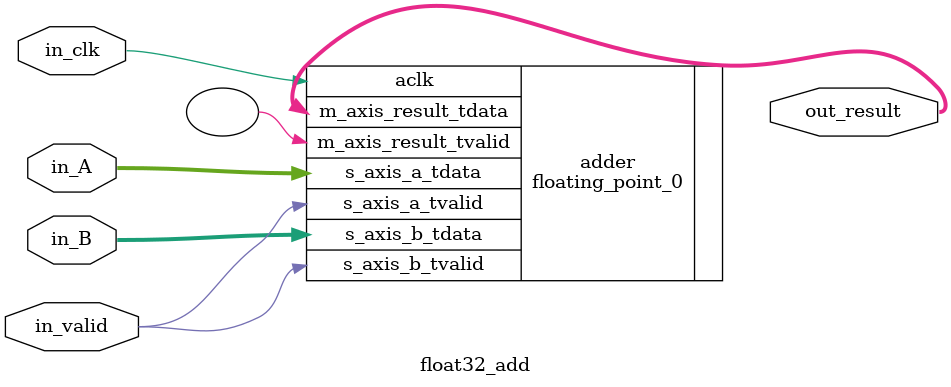
<source format=v>
`timescale 1ns / 1ps

module float32_add(
        input             in_clk,
        input      [31:0] in_A,
        input      [31:0] in_B,
        input             in_valid,
        output     [31:0] out_result
    );
    
    // wrapper for the adder
    floating_point_0 adder (
      .aclk(in_clk),                                  // input wire aclk
      .s_axis_a_tvalid(in_valid),            // input wire s_axis_a_tvalid
      .s_axis_a_tdata(in_A),              // input wire [31 : 0] s_axis_a_tdata
      .s_axis_b_tvalid(in_valid),            // input wire s_axis_b_tvalid
      .s_axis_b_tdata(in_B),              // input wire [31 : 0] s_axis_b_tdata
      .m_axis_result_tvalid(),  // output wire m_axis_result_tvalid
      .m_axis_result_tdata(out_result)    // output wire [31 : 0] m_axis_result_tdata
    );
    
endmodule

</source>
